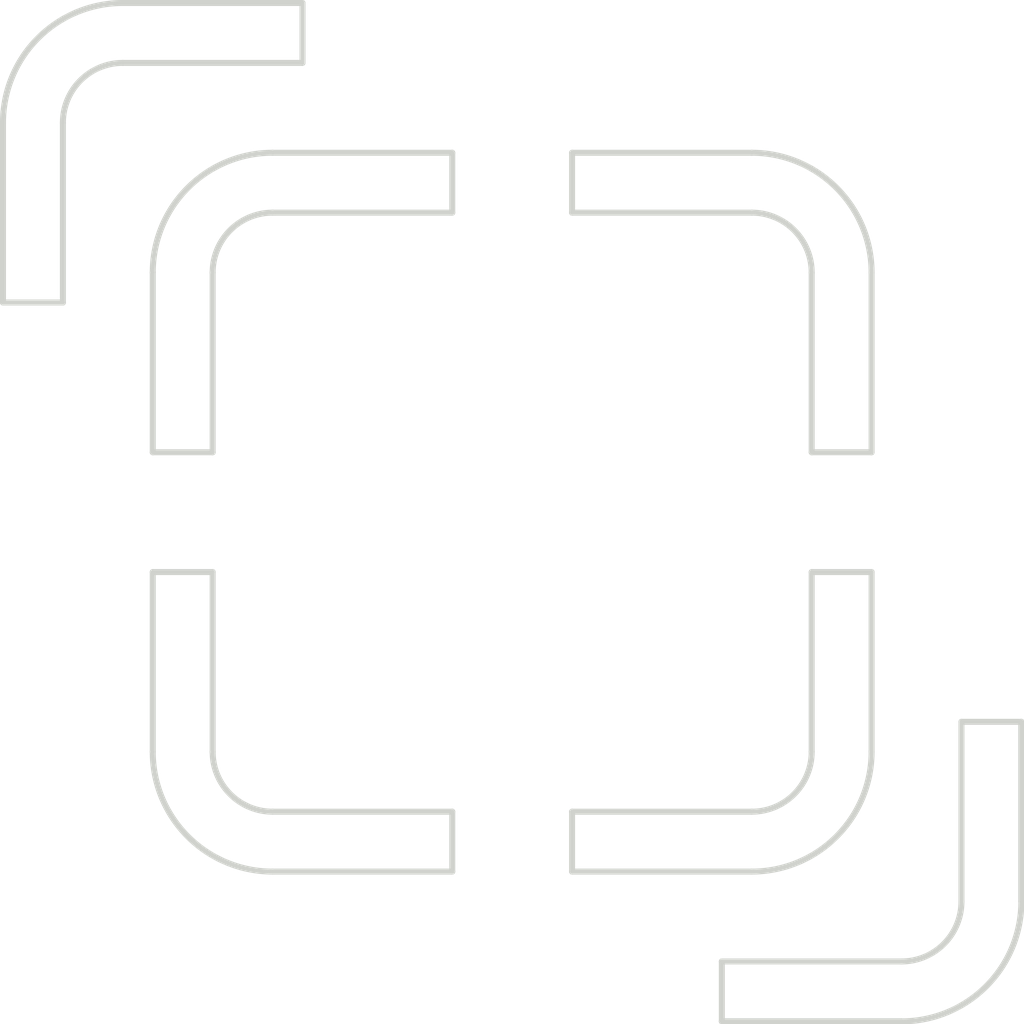
<source format=kicad_pcb>
(kicad_pcb (version 3) (host pcbnew "(2013-feb-26)-stable")

  (general
    (links 0)
    (no_connects 0)
    (area 6.899999 72.497739 274.284439 290.100001)
    (thickness 1.6002)
    (drawings 145)
    (tracks 0)
    (zones 0)
    (modules 0)
    (nets 1)
  )

  (page A3)
  (layers
    (15 Front signal)
    (0 Back signal)
    (16 B.Adhes user)
    (17 F.Adhes user)
    (18 B.Paste user)
    (19 F.Paste user)
    (20 B.SilkS user)
    (21 F.SilkS user)
    (22 B.Mask user)
    (23 F.Mask user)
    (24 Dwgs.User user hide)
    (25 Cmts.User user hide)
    (26 Eco1.User user hide)
    (27 Eco2.User user hide)
    (28 Edge.Cuts user)
  )

  (setup
    (last_trace_width 0.2032)
    (trace_clearance 0.254)
    (zone_clearance 0.508)
    (zone_45_only no)
    (trace_min 0.2032)
    (segment_width 0.1)
    (edge_width 0.1)
    (via_size 0.889)
    (via_drill 0.635)
    (via_min_size 0.889)
    (via_min_drill 0.508)
    (uvia_size 0.508)
    (uvia_drill 0.127)
    (uvias_allowed no)
    (uvia_min_size 0.508)
    (uvia_min_drill 0.127)
    (pcb_text_width 0.3048)
    (pcb_text_size 1.524 2.032)
    (mod_edge_width 0.1)
    (mod_text_size 1.524 1.524)
    (mod_text_width 0.3048)
    (pad_size 1.99898 2.39776)
    (pad_drill 0)
    (pad_to_mask_clearance 0.254)
    (aux_axis_origin 0 0)
    (visible_elements 7FFF7BFF)
    (pcbplotparams
      (layerselection 3964929)
      (usegerberextensions true)
      (excludeedgelayer true)
      (linewidth 60)
      (plotframeref false)
      (viasonmask false)
      (mode 1)
      (useauxorigin false)
      (hpglpennumber 1)
      (hpglpenspeed 20)
      (hpglpendiameter 15)
      (hpglpenoverlay 2)
      (psnegative false)
      (psa4output false)
      (plotreference true)
      (plotvalue true)
      (plotothertext true)
      (plotinvisibletext false)
      (padsonsilk false)
      (subtractmaskfromsilk false)
      (outputformat 1)
      (mirror false)
      (drillshape 0)
      (scaleselection 1)
      (outputdirectory gerbers))
  )

  (net 0 "")

  (net_class Default "This is the default net class."
    (clearance 0.254)
    (trace_width 0.2032)
    (via_dia 0.889)
    (via_drill 0.635)
    (uvia_dia 0.508)
    (uvia_drill 0.127)
    (add_net "")
  )

  (gr_arc (start -6.45 -6.35) (end -6.45 -8.35) (angle -90) (layer Edge.Cuts) (width 0.1) (tstamp 51681EF6))
  (gr_arc (start -6.45 -6.35) (end -6.45 -7.35) (angle -90) (layer Edge.Cuts) (width 0.1) (tstamp 51681EF5))
  (gr_line (start -8.45 -6.35) (end -8.45 -3.35) (angle 90) (layer Edge.Cuts) (width 0.1) (tstamp 51681EF4))
  (gr_line (start -8.45 -3.35) (end -7.45 -3.35) (angle 90) (layer Edge.Cuts) (width 0.1) (tstamp 51681EF3))
  (gr_line (start -7.45 -3.35) (end -7.45 -6.35) (angle 90) (layer Edge.Cuts) (width 0.1) (tstamp 51681EF2))
  (gr_line (start -6.45 -8.35) (end -3.45 -8.35) (angle 90) (layer Edge.Cuts) (width 0.1) (tstamp 51681EF1))
  (gr_line (start -3.45 -8.35) (end -3.45 -7.35) (angle 90) (layer Edge.Cuts) (width 0.1) (tstamp 51681EF0))
  (gr_line (start -3.45 -7.35) (end -6.45 -7.35) (angle 90) (layer Edge.Cuts) (width 0.1) (tstamp 51681EEF))
  (gr_arc (start 4.05 -3.85) (end 4.05 -5.85) (angle 90) (layer Edge.Cuts) (width 0.1) (tstamp 51681EEE))
  (gr_arc (start 4.05 -3.85) (end 4.05 -4.85) (angle 90) (layer Edge.Cuts) (width 0.1) (tstamp 51681EED))
  (gr_line (start 6.05 -3.85) (end 6.05 -0.85) (angle 90) (layer Edge.Cuts) (width 0.1) (tstamp 51681EEC))
  (gr_line (start 6.05 -0.85) (end 5.05 -0.85) (angle 90) (layer Edge.Cuts) (width 0.1) (tstamp 51681EEB))
  (gr_line (start 5.05 -0.85) (end 5.05 -3.85) (angle 90) (layer Edge.Cuts) (width 0.1) (tstamp 51681EEA))
  (gr_line (start 4.05 -5.85) (end 1.05 -5.85) (angle 90) (layer Edge.Cuts) (width 0.1) (tstamp 51681EE9))
  (gr_line (start 1.05 -5.85) (end 1.05 -4.85) (angle 90) (layer Edge.Cuts) (width 0.1) (tstamp 51681EE8))
  (gr_line (start 1.05 -4.85) (end 4.05 -4.85) (angle 90) (layer Edge.Cuts) (width 0.1) (tstamp 51681EE7))
  (gr_line (start -0.95 -4.85) (end -3.95 -4.85) (angle 90) (layer Edge.Cuts) (width 0.1) (tstamp 51681EE6))
  (gr_line (start -0.95 -5.85) (end -0.95 -4.85) (angle 90) (layer Edge.Cuts) (width 0.1) (tstamp 51681EE5))
  (gr_line (start -3.95 -5.85) (end -0.95 -5.85) (angle 90) (layer Edge.Cuts) (width 0.1) (tstamp 51681EE4))
  (gr_line (start -4.95 -0.85) (end -4.95 -3.85) (angle 90) (layer Edge.Cuts) (width 0.1) (tstamp 51681EE3))
  (gr_line (start -5.95 -0.85) (end -4.95 -0.85) (angle 90) (layer Edge.Cuts) (width 0.1) (tstamp 51681EE2))
  (gr_line (start -5.95 -3.85) (end -5.95 -0.85) (angle 90) (layer Edge.Cuts) (width 0.1) (tstamp 51681EE1))
  (gr_arc (start -3.95 -3.85) (end -3.95 -4.85) (angle -90) (layer Edge.Cuts) (width 0.1) (tstamp 51681EE0))
  (gr_arc (start -3.95 -3.85) (end -3.95 -5.85) (angle -90) (layer Edge.Cuts) (width 0.1) (tstamp 51681EDF))
  (gr_arc (start -3.95 4.15) (end -3.95 6.15) (angle 90) (layer Edge.Cuts) (width 0.1) (tstamp 51681EDE))
  (gr_arc (start -3.95 4.15) (end -3.95 5.15) (angle 90) (layer Edge.Cuts) (width 0.1) (tstamp 51681EDD))
  (gr_line (start -5.95 4.15) (end -5.95 1.15) (angle 90) (layer Edge.Cuts) (width 0.1) (tstamp 51681EDC))
  (gr_line (start -5.95 1.15) (end -4.95 1.15) (angle 90) (layer Edge.Cuts) (width 0.1) (tstamp 51681EDB))
  (gr_line (start -4.95 1.15) (end -4.95 4.15) (angle 90) (layer Edge.Cuts) (width 0.1) (tstamp 51681EDA))
  (gr_line (start -3.95 6.15) (end -0.95 6.15) (angle 90) (layer Edge.Cuts) (width 0.1) (tstamp 51681ED9))
  (gr_line (start -0.95 6.15) (end -0.95 5.15) (angle 90) (layer Edge.Cuts) (width 0.1) (tstamp 51681ED8))
  (gr_line (start -0.95 5.15) (end -3.95 5.15) (angle 90) (layer Edge.Cuts) (width 0.1) (tstamp 51681ED7))
  (gr_line (start 1.05 5.15) (end 4.05 5.15) (angle 90) (layer Edge.Cuts) (width 0.1) (tstamp 51681ED6))
  (gr_line (start 1.05 6.15) (end 1.05 5.15) (angle 90) (layer Edge.Cuts) (width 0.1) (tstamp 51681ED5))
  (gr_line (start 4.05 6.15) (end 1.05 6.15) (angle 90) (layer Edge.Cuts) (width 0.1) (tstamp 51681ED4))
  (gr_line (start 5.05 1.15) (end 5.05 4.15) (angle 90) (layer Edge.Cuts) (width 0.1) (tstamp 51681ED3))
  (gr_line (start 6.05 1.15) (end 5.05 1.15) (angle 90) (layer Edge.Cuts) (width 0.1) (tstamp 51681ED2))
  (gr_line (start 6.05 4.15) (end 6.05 1.15) (angle 90) (layer Edge.Cuts) (width 0.1) (tstamp 51681ED1))
  (gr_arc (start 4.05 4.15) (end 4.05 5.15) (angle -90) (layer Edge.Cuts) (width 0.1) (tstamp 51681ED0))
  (gr_arc (start 4.05 4.15) (end 4.05 6.15) (angle -90) (layer Edge.Cuts) (width 0.1) (tstamp 51681ECF))
  (gr_line (start 6.55 8.65) (end 3.55 8.65) (angle 90) (layer Edge.Cuts) (width 0.1) (tstamp 51681EA4))
  (gr_arc (start 6.55 6.65) (end 6.55 8.65) (angle -90) (layer Edge.Cuts) (width 0.1) (tstamp 51681EA1))
  (gr_arc (start 6.55 6.65) (end 6.55 7.65) (angle -90) (layer Edge.Cuts) (width 0.1) (tstamp 51681EA0))
  (gr_line (start 8.55 6.65) (end 8.55 3.65) (angle 90) (layer Edge.Cuts) (width 0.1) (tstamp 51681E9F))
  (gr_line (start 8.55 3.65) (end 7.55 3.65) (angle 90) (layer Edge.Cuts) (width 0.1) (tstamp 51681E9E))
  (gr_line (start 7.55 3.65) (end 7.55 6.65) (angle 90) (layer Edge.Cuts) (width 0.1) (tstamp 51681E9D))
  (gr_line (start 6.55 8.65) (end 3.55 8.65) (angle 90) (layer Edge.Cuts) (width 0.1) (tstamp 51681E9C))
  (gr_line (start 3.55 8.65) (end 3.55 7.65) (angle 90) (layer Edge.Cuts) (width 0.1) (tstamp 51681E9B))
  (gr_line (start 3.55 7.65) (end 6.55 7.65) (angle 90) (layer Edge.Cuts) (width 0.1) (tstamp 51681E9A))
  (gr_line (start 8.55 6.65) (end 8.55 3.65) (angle 90) (layer Edge.Cuts) (width 0.1) (tstamp 51681E8F))
  (gr_line (start 16.95 285.05) (end 16.95 284.05) (angle 90) (layer Eco1.User) (width 0.1) (tstamp 516808B7))
  (gr_arc (start 13.95 283.05) (end 13.95 285.05) (angle 90) (layer Eco1.User) (width 0.1) (tstamp 516808BD))
  (gr_line (start 10.95 280.05) (end 10.95 283.05) (angle 90) (layer Eco1.User) (width 0.1) (tstamp 516808C9))
  (gr_arc (start 9.95 287.05) (end 9.95 285.05) (angle 90) (layer Eco1.User) (width 0.1) (tstamp 516808D5))
  (gr_arc (start 9.95 287.05) (end 9.95 286.05) (angle 90) (layer Eco1.User) (width 0.1) (tstamp 516808D4))
  (gr_line (start 11.95 287.05) (end 11.95 290.05) (angle 90) (layer Eco1.User) (width 0.1) (tstamp 516808D3))
  (gr_line (start 11.95 290.05) (end 10.95 290.05) (angle 90) (layer Eco1.User) (width 0.1) (tstamp 516808D2))
  (gr_line (start 10.95 290.05) (end 10.95 287.05) (angle 90) (layer Eco1.User) (width 0.1) (tstamp 516808D1))
  (gr_line (start 9.95 285.05) (end 6.95 285.05) (angle 90) (layer Eco1.User) (width 0.1) (tstamp 516808D0))
  (gr_line (start 6.95 285.05) (end 6.95 286.05) (angle 90) (layer Eco1.User) (width 0.1) (tstamp 516808CF))
  (gr_line (start 6.95 286.05) (end 9.95 286.05) (angle 90) (layer Eco1.User) (width 0.1) (tstamp 516808CE))
  (gr_arc (start 9.95 283.05) (end 9.95 285.05) (angle -90) (layer Eco1.User) (width 0.1) (tstamp 516808CD))
  (gr_arc (start 9.95 283.05) (end 9.95 284.05) (angle -90) (layer Eco1.User) (width 0.1) (tstamp 516808CC))
  (gr_line (start 11.95 283.05) (end 11.95 280.05) (angle 90) (layer Eco1.User) (width 0.1) (tstamp 516808CB))
  (gr_line (start 11.95 280.05) (end 10.95 280.05) (angle 90) (layer Eco1.User) (width 0.1) (tstamp 516808CA))
  (gr_line (start 9.95 285.05) (end 6.95 285.05) (angle 90) (layer Eco1.User) (width 0.1) (tstamp 516808C8))
  (gr_line (start 6.95 285.05) (end 6.95 284.05) (angle 90) (layer Eco1.User) (width 0.1) (tstamp 516808C7))
  (gr_line (start 6.95 284.05) (end 9.95 284.05) (angle 90) (layer Eco1.User) (width 0.1) (tstamp 516808C6))
  (gr_arc (start 13.95 287.05) (end 13.95 285.05) (angle -90) (layer Eco1.User) (width 0.1) (tstamp 516808C5))
  (gr_arc (start 13.95 287.05) (end 13.95 286.05) (angle -90) (layer Eco1.User) (width 0.1) (tstamp 516808C4))
  (gr_line (start 11.95 287.05) (end 11.95 290.05) (angle 90) (layer Eco1.User) (width 0.1) (tstamp 516808C3))
  (gr_line (start 11.95 290.05) (end 12.95 290.05) (angle 90) (layer Eco1.User) (width 0.1) (tstamp 516808C2))
  (gr_line (start 12.95 290.05) (end 12.95 287.05) (angle 90) (layer Eco1.User) (width 0.1) (tstamp 516808C1))
  (gr_line (start 13.95 285.05) (end 16.95 285.05) (angle 90) (layer Eco1.User) (width 0.1) (tstamp 516808C0))
  (gr_line (start 16.95 285.05) (end 16.95 286.05) (angle 90) (layer Eco1.User) (width 0.1) (tstamp 516808BF))
  (gr_line (start 16.95 286.05) (end 13.95 286.05) (angle 90) (layer Eco1.User) (width 0.1) (tstamp 516808BE))
  (gr_arc (start 13.95 283.05) (end 13.95 284.05) (angle 90) (layer Eco1.User) (width 0.1) (tstamp 516808BC))
  (gr_line (start 11.95 283.05) (end 11.95 280.05) (angle 90) (layer Eco1.User) (width 0.1) (tstamp 516808BB))
  (gr_line (start 11.95 280.05) (end 12.95 280.05) (angle 90) (layer Eco1.User) (width 0.1) (tstamp 516808BA))
  (gr_line (start 12.95 280.05) (end 12.95 283.05) (angle 90) (layer Eco1.User) (width 0.1) (tstamp 516808B9))
  (gr_line (start 13.95 285.05) (end 16.95 285.05) (angle 90) (layer Eco1.User) (width 0.1) (tstamp 516808B8))
  (gr_line (start 16.95 284.05) (end 13.95 284.05) (angle 90) (layer Eco1.User) (width 0.1) (tstamp 516808B6))
  (gr_line (start 126 128) (end 123.25 130.75) (angle 90) (layer Eco1.User) (width 0.1))
  (gr_line (start 125.75 127.75) (end 126 128) (angle 90) (layer Eco1.User) (width 0.1))
  (gr_line (start 121 123) (end 125.75 127.75) (angle 90) (layer Eco1.User) (width 0.1))
  (gr_line (start 120.5 123.5) (end 121 123) (angle 90) (layer Eco1.User) (width 0.1))
  (gr_line (start 119.25 124.75) (end 120.5 123.5) (angle 90) (layer Eco1.User) (width 0.1))
  (gr_line (start 114.75 124.75) (end 119.25 124.75) (angle 90) (layer Eco1.User) (width 0.1))
  (gr_line (start 138.5 126) (end 138.75 126) (angle 90) (layer Dwgs.User) (width 0.1) (tstamp 51672B1B))
  (gr_line (start 138.5 126.25) (end 138.5 126) (angle 90) (layer Dwgs.User) (width 0.1) (tstamp 51672B1A))
  (gr_line (start 138.5 126) (end 138.5 126.25) (angle 90) (layer Dwgs.User) (width 0.1) (tstamp 51672B19))
  (gr_line (start 136.75 124.25) (end 138.5 126) (angle 90) (layer Dwgs.User) (width 0.1) (tstamp 51672B18))
  (gr_line (start 135 125.25) (end 131.5 125.25) (angle 90) (layer Dwgs.User) (width 0.1) (tstamp 51672B17))
  (gr_line (start 135 127.25) (end 135 125.25) (angle 90) (layer Dwgs.User) (width 0.1) (tstamp 51672B16))
  (gr_line (start 131.5 127.25) (end 135 127.25) (angle 90) (layer Dwgs.User) (width 0.1) (tstamp 51672B15))
  (gr_line (start 131.5 125.25) (end 131.5 127.25) (angle 90) (layer Dwgs.User) (width 0.1) (tstamp 51672B14))
  (gr_line (start 123 110.5) (end 123 110.25) (angle 90) (layer Dwgs.User) (width 0.1) (tstamp 51672B13))
  (gr_line (start 123 110.5) (end 122.75 110.5) (angle 90) (layer Dwgs.User) (width 0.1) (tstamp 51672B12))
  (gr_line (start 124.75 112.25) (end 123 110.5) (angle 90) (layer Dwgs.User) (width 0.1) (tstamp 51672B11))
  (gr_line (start 123.75 114) (end 121.75 114) (angle 90) (layer Dwgs.User) (width 0.1) (tstamp 51672B10))
  (gr_line (start 123.75 117.5) (end 123.75 114) (angle 90) (layer Dwgs.User) (width 0.1) (tstamp 51672B0F))
  (gr_line (start 121.75 117.5) (end 123.75 117.5) (angle 90) (layer Dwgs.User) (width 0.1) (tstamp 51672B0E))
  (gr_line (start 121.75 114) (end 121.75 117.5) (angle 90) (layer Dwgs.User) (width 0.1) (tstamp 51672B0D))
  (gr_line (start 124.75 124.25) (end 124.75 112.25) (angle 90) (layer Dwgs.User) (width 0.1) (tstamp 51672B0C))
  (gr_line (start 136.75 124.25) (end 124.75 124.25) (angle 90) (layer Dwgs.User) (width 0.1) (tstamp 51672B0B))
  (gr_line (start 136.75 112.25) (end 136.75 124.25) (angle 90) (layer Dwgs.User) (width 0.1) (tstamp 51672B0A))
  (gr_line (start 124.75 112.25) (end 136.75 112.25) (angle 90) (layer Dwgs.User) (width 0.1) (tstamp 51672B09))
  (gr_line (start 58.25 132.75) (end 70.25 132.75) (angle 90) (layer Dwgs.User) (width 0.1) (tstamp 51672B08))
  (gr_line (start 70.25 132.75) (end 70.25 144.75) (angle 90) (layer Dwgs.User) (width 0.1) (tstamp 51672B07))
  (gr_line (start 70.25 144.75) (end 58.25 144.75) (angle 90) (layer Dwgs.User) (width 0.1) (tstamp 51672B06))
  (gr_line (start 58.25 144.75) (end 58.25 132.75) (angle 90) (layer Dwgs.User) (width 0.1) (tstamp 51672B05))
  (gr_line (start 55.25 134.5) (end 55.25 138) (angle 90) (layer Dwgs.User) (width 0.1) (tstamp 51672B04))
  (gr_line (start 55.25 138) (end 57.25 138) (angle 90) (layer Dwgs.User) (width 0.1) (tstamp 51672B03))
  (gr_line (start 57.25 138) (end 57.25 134.5) (angle 90) (layer Dwgs.User) (width 0.1) (tstamp 51672B02))
  (gr_line (start 57.25 134.5) (end 55.25 134.5) (angle 90) (layer Dwgs.User) (width 0.1) (tstamp 51672B01))
  (gr_line (start 58.25 132.75) (end 56.5 131) (angle 90) (layer Dwgs.User) (width 0.1) (tstamp 51672B00))
  (gr_line (start 56.5 131) (end 56.25 131) (angle 90) (layer Dwgs.User) (width 0.1) (tstamp 51672AFF))
  (gr_line (start 56.5 131) (end 56.5 130.75) (angle 90) (layer Dwgs.User) (width 0.1) (tstamp 51672AFE))
  (gr_line (start 65 145.75) (end 65 147.75) (angle 90) (layer Dwgs.User) (width 0.1) (tstamp 51672AFD))
  (gr_line (start 65 147.75) (end 68.5 147.75) (angle 90) (layer Dwgs.User) (width 0.1) (tstamp 51672AFC))
  (gr_line (start 68.5 147.75) (end 68.5 145.75) (angle 90) (layer Dwgs.User) (width 0.1) (tstamp 51672AFB))
  (gr_line (start 68.5 145.75) (end 65 145.75) (angle 90) (layer Dwgs.User) (width 0.1) (tstamp 51672AFA))
  (gr_line (start 70.25 144.75) (end 72 146.5) (angle 90) (layer Dwgs.User) (width 0.1) (tstamp 51672AF9))
  (gr_line (start 72 146.5) (end 72 146.75) (angle 90) (layer Dwgs.User) (width 0.1) (tstamp 51672AF8))
  (gr_line (start 72 146.75) (end 72 146.5) (angle 90) (layer Dwgs.User) (width 0.1) (tstamp 51672AF7))
  (gr_line (start 72 146.5) (end 72.25 146.5) (angle 90) (layer Dwgs.User) (width 0.1) (tstamp 51672AF6))
  (gr_line (start 121.5 126) (end 121.75 126) (angle 90) (layer Dwgs.User) (width 0.1))
  (gr_line (start 121.5 126.25) (end 121.5 126) (angle 90) (layer Dwgs.User) (width 0.1))
  (gr_line (start 121.5 126) (end 121.5 126.25) (angle 90) (layer Dwgs.User) (width 0.1))
  (gr_line (start 119.75 124.25) (end 121.5 126) (angle 90) (layer Dwgs.User) (width 0.1))
  (gr_line (start 118 125.25) (end 114.5 125.25) (angle 90) (layer Dwgs.User) (width 0.1))
  (gr_line (start 118 127.25) (end 118 125.25) (angle 90) (layer Dwgs.User) (width 0.1))
  (gr_line (start 114.5 127.25) (end 118 127.25) (angle 90) (layer Dwgs.User) (width 0.1))
  (gr_line (start 114.5 125.25) (end 114.5 127.25) (angle 90) (layer Dwgs.User) (width 0.1))
  (gr_line (start 106 110.5) (end 106 110.25) (angle 90) (layer Dwgs.User) (width 0.1))
  (gr_line (start 106 110.5) (end 105.75 110.5) (angle 90) (layer Dwgs.User) (width 0.1))
  (gr_line (start 107.75 112.25) (end 106 110.5) (angle 90) (layer Dwgs.User) (width 0.1))
  (gr_line (start 106.75 114) (end 104.75 114) (angle 90) (layer Dwgs.User) (width 0.1))
  (gr_line (start 106.75 117.5) (end 106.75 114) (angle 90) (layer Dwgs.User) (width 0.1))
  (gr_line (start 104.75 117.5) (end 106.75 117.5) (angle 90) (layer Dwgs.User) (width 0.1))
  (gr_line (start 104.75 114) (end 104.75 117.5) (angle 90) (layer Dwgs.User) (width 0.1))
  (gr_line (start 107.75 124.25) (end 107.75 112.25) (angle 90) (layer Dwgs.User) (width 0.1))
  (gr_line (start 119.75 124.25) (end 107.75 124.25) (angle 90) (layer Dwgs.User) (width 0.1))
  (gr_line (start 119.75 112.25) (end 119.75 124.25) (angle 90) (layer Dwgs.User) (width 0.1))
  (gr_line (start 107.75 112.25) (end 119.75 112.25) (angle 90) (layer Dwgs.User) (width 0.1))

)

</source>
